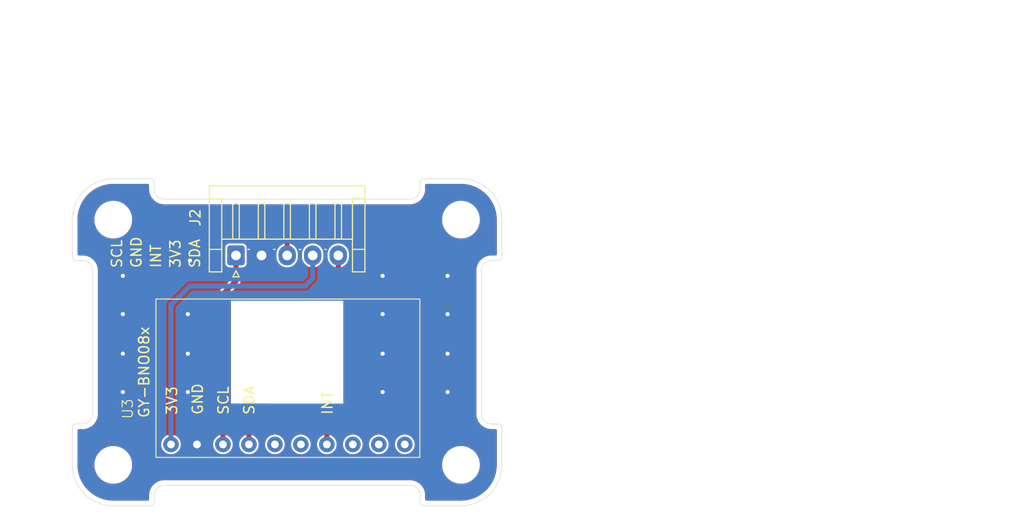
<source format=kicad_pcb>
(kicad_pcb (version 20240108) (generator "pcbnew") (generator_version "8.0")
  (layers (0 "F.Cu" signal) (31 "B.Cu" signal) (34 "B.Paste" user) (35 "F.Paste" user) (36 "B.SilkS" user "B.Silkscreen") (37 "F.SilkS" user "F.Silkscreen") (38 "B.Mask" user) (39 "F.Mask" user) (44 "Edge.Cuts" user))
  (net 0 "")
  (net 1 "SUB_SENSOR_GND")
  (net 2 "+3.3V_SUB")
  (net 3 "SUB_SCL")
  (net 4 "SUB_INT")
  (net 5 "SUB_SDA")
  (footprint "MountingHole:MountingHole_3.2mm_M3" (layer "F.Cu") (at 154 78)
    (property "Reference" "REF**" (hide yes))
    (property "Value" "MountingHole_3.2mm_M3" (hide yes))
    (pad "" np_thru_hole circle (at 0 0) (size 3.2 3.2) (drill 3.2) (layers "*.Cu" "*.Mask"))
  )
  (footprint "GY-BNO08x:GY-BN08X" (layer "F.Cu") (at 158.225 77.25 90)
    (property "Reference" "U3" (at 4.733408 -2.813112 90) (layer "F.SilkS") (effects (font (thickness 0.1))))
    (property "Value" "GY-BNO08x" (at 8.309728 -1.207829 90) (layer "F.SilkS"))
    (fp_rect (start -0.02 -0.05) (end 15.48 25.75) (stroke (width 0.1)) (fill none) (layer "F.SilkS"))
    (pad "1" thru_hole circle (at 1.25 1.42 90) (size 1.524 1.524) (drill 0.762) (layers "*.Cu" "*.Mask") (net 2 "+3.3V_SUB"))
    (pad "2" thru_hole circle (at 1.25 3.96 90) (size 1.524 1.524) (drill 0.762) (layers "*.Cu" "*.Mask") (net 1 "SUB_SENSOR_GND"))
    (pad "3" thru_hole circle (at 1.25 6.5 90) (size 1.524 1.524) (drill 0.762) (layers "*.Cu" "*.Mask") (net 3 "SUB_SCL"))
    (pad "4" thru_hole circle (at 1.25 9.04 90) (size 1.524 1.524) (drill 0.762) (layers "*.Cu" "*.Mask") (net 5 "SUB_SDA"))
    (pad "5" thru_hole circle (at 1.25 11.58 90) (size 1.524 1.524) (drill 0.762) (layers "*.Cu" "*.Mask"))
    (pad "6" thru_hole circle (at 1.25 14.12 90) (size 1.524 1.524) (drill 0.762) (layers "*.Cu" "*.Mask"))
    (pad "7" thru_hole circle (at 1.25 16.66 90) (size 1.524 1.524) (drill 0.762) (layers "*.Cu" "*.Mask") (net 4 "SUB_INT"))
    (pad "8" thru_hole circle (at 1.25 19.2 90) (size 1.524 1.524) (drill 0.762) (layers "*.Cu" "*.Mask"))
    (pad "9" thru_hole circle (at 1.25 21.74 90) (size 1.524 1.524) (drill 0.762) (layers "*.Cu" "*.Mask"))
    (pad "10" thru_hole circle (at 1.25 24.28 90) (size 1.524 1.524) (drill 0.762) (layers "*.Cu" "*.Mask"))
  )
  (footprint "MountingHole:MountingHole_3.2mm_M3" (layer "F.Cu") (at 154 54)
    (property "Reference" "REF**" (hide yes))
    (property "Value" "MountingHole_3.2mm_M3" (hide yes))
    (pad "" np_thru_hole circle (at 0 0) (size 3.2 3.2) (drill 3.2) (layers "*.Cu" "*.Mask"))
  )
  (footprint "MountingHole:MountingHole_3.2mm_M3" (layer "F.Cu") (at 188 54)
    (property "Reference" "REF**" (hide yes))
    (property "Value" "MountingHole_3.2mm_M3" (hide yes))
    (pad "" np_thru_hole circle (at 0 0) (size 3.2 3.2) (drill 3.2) (layers "*.Cu" "*.Mask"))
  )
  (footprint "MountingHole:MountingHole_3.2mm_M3" (layer "F.Cu") (at 188 78)
    (property "Reference" "REF**" (hide yes))
    (property "Value" "MountingHole_3.2mm_M3" (hide yes))
    (pad "" np_thru_hole circle (at 0 0) (size 3.2 3.2) (drill 3.2) (layers "*.Cu" "*.Mask"))
  )
  (footprint "Connector_JST:JST_EH_S5B-EH_1x05_P2.50mm_Horizontal" (layer "F.Cu") (at 166 57.5)
    (property "Reference" "J2" (at -3.97782 -3.699321 90) (layer "F.SilkS"))
    (property "Value" "Sub_Sensor" (hide yes))
    (fp_line (start -2.61 -6.81) (end 12.61 -6.81) (stroke (width 0.12)) (layer "F.SilkS"))
    (fp_line (start -2.61 -5.59) (end -1.39 -5.59) (stroke (width 0.12)) (layer "F.SilkS"))
    (fp_line (start -2.61 1.61) (end -2.61 -6.81) (stroke (width 0.12)) (layer "F.SilkS"))
    (fp_line (start -1.39 -5.59) (end -1.39 -0.59) (stroke (width 0.12)) (layer "F.SilkS"))
    (fp_line (start -1.39 -1.59) (end 11.39 -1.59) (stroke (width 0.12)) (layer "F.SilkS"))
    (fp_line (start -1.39 -0.59) (end -2.61 -0.59) (stroke (width 0.12)) (layer "F.SilkS"))
    (fp_line (start -1.39 -0.59) (end -1.39 1.61) (stroke (width 0.12)) (layer "F.SilkS"))
    (fp_line (start -1.39 1.61) (end -2.61 1.61) (stroke (width 0.12)) (layer "F.SilkS"))
    (fp_line (start -0.32 -5.01) (end 0 -5.09) (stroke (width 0.12)) (layer "F.SilkS"))
    (fp_line (start -0.32 -1.59) (end -0.32 -5.01) (stroke (width 0.12)) (layer "F.SilkS"))
    (fp_line (start -0.3 2.1) (end 0.3 2.1) (stroke (width 0.12)) (layer "F.SilkS"))
    (fp_line (start 0 -5.09) (end 0.32 -5.01) (stroke (width 0.12)) (layer "F.SilkS"))
    (fp_line (start 0 -1.59) (end -0.32 -1.59) (stroke (width 0.12)) (layer "F.SilkS"))
    (fp_line (start 0 1.5) (end -0.3 2.1) (stroke (width 0.12)) (layer "F.SilkS"))
    (fp_line (start 0.3 2.1) (end 0 1.5) (stroke (width 0.12)) (layer "F.SilkS"))
    (fp_line (start 0.32 -5.01) (end 0.32 -1.59) (stroke (width 0.12)) (layer "F.SilkS"))
    (fp_line (start 0.32 -1.59) (end 0 -1.59) (stroke (width 0.12)) (layer "F.SilkS"))
    (fp_line (start 1.17 -0.59) (end 1.33 -0.59) (stroke (width 0.12)) (layer "F.SilkS"))
    (fp_line (start 2.18 -5.01) (end 2.5 -5.09) (stroke (width 0.12)) (layer "F.SilkS"))
    (fp_line (start 2.18 -1.59) (end 2.18 -5.01) (stroke (width 0.12)) (layer "F.SilkS"))
    (fp_line (start 2.5 -5.09) (end 2.82 -5.01) (stroke (width 0.12)) (layer "F.SilkS"))
    (fp_line (start 2.5 -1.59) (end 2.18 -1.59) (stroke (width 0.12)) (layer "F.SilkS"))
    (fp_line (start 2.82 -5.01) (end 2.82 -1.59) (stroke (width 0.12)) (layer "F.SilkS"))
    (fp_line (start 2.82 -1.59) (end 2.5 -1.59) (stroke (width 0.12)) (layer "F.SilkS"))
    (fp_line (start 3.67 -0.59) (end 3.83 -0.59) (stroke (width 0.12)) (layer "F.SilkS"))
    (fp_line (start 4.68 -5.01) (end 5 -5.09) (stroke (width 0.12)) (layer "F.SilkS"))
    (fp_line (start 4.68 -1.59) (end 4.68 -5.01) (stroke (width 0.12)) (layer "F.SilkS"))
    (fp_line (start 5 -5.09) (end 5.32 -5.01) (stroke (width 0.12)) (layer "F.SilkS"))
    (fp_line (start 5 -1.59) (end 4.68 -1.59) (stroke (width 0.12)) (layer "F.SilkS"))
    (fp_line (start 5.32 -5.01) (end 5.32 -1.59) (stroke (width 0.12)) (layer "F.SilkS"))
    (fp_line (start 5.32 -1.59) (end 5 -1.59) (stroke (width 0.12)) (layer "F.SilkS"))
    (fp_line (start 6.17 -0.59) (end 6.33 -0.59) (stroke (width 0.12)) (layer "F.SilkS"))
    (fp_line (start 7.18 -5.01) (end 7.5 -5.09) (stroke (width 0.12)) (layer "F.SilkS"))
    (fp_line (start 7.18 -1.59) (end 7.18 -5.01) (stroke (width 0.12)) (layer "F.SilkS"))
    (fp_line (start 7.5 -5.09) (end 7.82 -5.01) (stroke (width 0.12)) (layer "F.SilkS"))
    (fp_line (start 7.5 -1.59) (end 7.18 -1.59) (stroke (width 0.12)) (layer "F.SilkS"))
    (fp_line (start 7.82 -5.01) (end 7.82 -1.59) (stroke (width 0.12)) (layer "F.SilkS"))
    (fp_line (start 7.82 -1.59) (end 7.5 -1.59) (stroke (width 0.12)) (layer "F.SilkS"))
    (fp_line (start 8.67 -0.59) (end 8.83 -0.59) (stroke (width 0.12)) (layer "F.SilkS"))
    (fp_line (start 9.68 -5.01) (end 10 -5.09) (stroke (width 0.12)) (layer "F.SilkS"))
    (fp_line (start 9.68 -1.59) (end 9.68 -5.01) (stroke (width 0.12)) (layer "F.SilkS"))
    (fp_line (start 10 -5.09) (end 10.32 -5.01) (stroke (width 0.12)) (layer "F.SilkS"))
    (fp_line (start 10 -1.59) (end 9.68 -1.59) (stroke (width 0.12)) (layer "F.SilkS"))
    (fp_line (start 10.32 -5.01) (end 10.32 -1.59) (stroke (width 0.12)) (layer "F.SilkS"))
    (fp_line (start 10.32 -1.59) (end 10 -1.59) (stroke (width 0.12)) (layer "F.SilkS"))
    (fp_line (start 11.39 -5.59) (end 11.39 -0.59) (stroke (width 0.12)) (layer "F.SilkS"))
    (fp_line (start 11.39 -0.59) (end 12.61 -0.59) (stroke (width 0.12)) (layer "F.SilkS"))
    (fp_line (start 11.39 1.61) (end 11.39 -0.59) (stroke (width 0.12)) (layer "F.SilkS"))
    (fp_line (start 12.61 -6.81) (end 12.61 1.61) (stroke (width 0.12)) (layer "F.SilkS"))
    (fp_line (start 12.61 -5.59) (end 11.39 -5.59) (stroke (width 0.12)) (layer "F.SilkS"))
    (fp_line (start 12.61 1.61) (end 11.39 1.61) (stroke (width 0.12)) (layer "F.SilkS"))
    (pad "1" thru_hole roundrect (at 0 0) (size 1.7 1.95) (drill 0.95) (layers "*.Cu" "*.Mask") (roundrect_rratio 0.147059) (net 3 "SUB_SCL"))
    (pad "2" thru_hole oval (at 2.5 0) (size 1.7 1.95) (drill 0.95) (layers "*.Cu" "*.Mask") (net 1 "SUB_SENSOR_GND"))
    (pad "3" thru_hole oval (at 5 0) (size 1.7 1.95) (drill 0.95) (layers "*.Cu" "*.Mask") (net 4 "SUB_INT"))
    (pad "4" thru_hole oval (at 7.5 0) (size 1.7 1.95) (drill 0.95) (layers "*.Cu" "*.Mask") (net 2 "+3.3V_SUB"))
    (pad "5" thru_hole oval (at 10 0) (size 1.7 1.95) (drill 0.95) (layers "*.Cu" "*.Mask") (net 5 "SUB_SDA"))
  )
  (gr_arc (start 151 58) (mid 151.707107 58.292893) (end 152 59) (stroke (width 0.05)) (layer "Edge.Cuts"))
  (gr_line (start 192 57.75) (end 191.75 58) (stroke (width 0.05)) (layer "Edge.Cuts"))
  (gr_line (start 192 74.25) (end 191.75 74) (stroke (width 0.05)) (layer "Edge.Cuts"))
  (gr_arc (start 184 51) (mid 183.707107 51.707107) (end 183 52) (stroke (width 0.05)) (layer "Edge.Cuts"))
  (gr_arc (start 190 59) (mid 190.292893 58.292893) (end 191 58) (stroke (width 0.05)) (layer "Edge.Cuts"))
  (gr_line (start 159 52) (end 183 52) (stroke (width 0.05)) (layer "Edge.Cuts"))
  (gr_arc (start 183 80) (mid 183.707107 80.292893) (end 184 81) (stroke (width 0.05)) (layer "Edge.Cuts"))
  (gr_arc (start 159 52) (mid 158.292893 51.707107) (end 158 51) (stroke (width 0.05)) (layer "Edge.Cuts"))
  (gr_line (start 158 50.25) (end 157.75 50) (stroke (width 0.05)) (layer "Edge.Cuts"))
  (gr_line (start 188 50) (end 184.25 50) (stroke (width 0.05)) (layer "Edge.Cuts"))
  (gr_line (start 192 54) (end 192 57.75) (stroke (width 0.05)) (layer "Edge.Cuts"))
  (gr_line (start 150 78) (end 150 74.25) (stroke (width 0.05)) (layer "Edge.Cuts"))
  (gr_line (start 184 81) (end 184 81.75) (stroke (width 0.05)) (layer "Edge.Cuts"))
  (gr_line (start 150 54) (end 150 57.75) (stroke (width 0.05)) (layer "Edge.Cuts"))
  (gr_arc (start 154 82) (mid 151.171573 80.828427) (end 150 78) (stroke (width 0.05)) (layer "Edge.Cuts"))
  (gr_line (start 158 51) (end 158 50.25) (stroke (width 0.05)) (layer "Edge.Cuts"))
  (gr_line (start 188 82) (end 184.25 82) (stroke (width 0.05)) (layer "Edge.Cuts"))
  (gr_line (start 184.25 82) (end 184 81.75) (stroke (width 0.05)) (layer "Edge.Cuts"))
  (gr_arc (start 152 73) (mid 151.707107 73.707107) (end 151 74) (stroke (width 0.05)) (layer "Edge.Cuts"))
  (gr_line (start 183 80) (end 159 80) (stroke (width 0.05)) (layer "Edge.Cuts"))
  (gr_line (start 191 74) (end 191.75 74) (stroke (width 0.05)) (layer "Edge.Cuts"))
  (gr_line (start 158 81.75) (end 157.75 82) (stroke (width 0.05)) (layer "Edge.Cuts"))
  (gr_line (start 151 58) (end 150.25 58) (stroke (width 0.05)) (layer "Edge.Cuts"))
  (gr_line (start 154 82) (end 157.75 82) (stroke (width 0.05)) (layer "Edge.Cuts"))
  (gr_line (start 192 78) (end 192 74.25) (stroke (width 0.05)) (layer "Edge.Cuts"))
  (gr_line (start 151 74) (end 150.25 74) (stroke (width 0.05)) (layer "Edge.Cuts"))
  (gr_arc (start 158 81) (mid 158.292893 80.292893) (end 159 80) (stroke (width 0.05)) (layer "Edge.Cuts"))
  (gr_line (start 184 51) (end 184 50.25) (stroke (width 0.05)) (layer "Edge.Cuts"))
  (gr_arc (start 188 50) (mid 190.828427 51.171573) (end 192 54) (stroke (width 0.05)) (layer "Edge.Cuts"))
  (gr_line (start 158 81) (end 158 81.75) (stroke (width 0.05)) (layer "Edge.Cuts"))
  (gr_line (start 150 57.75) (end 150.25 58) (stroke (width 0.05)) (layer "Edge.Cuts"))
  (gr_line (start 184 50.25) (end 184.25 50) (stroke (width 0.05)) (layer "Edge.Cuts"))
  (gr_arc (start 150 54) (mid 151.171573 51.171573) (end 154 50) (stroke (width 0.05)) (layer "Edge.Cuts"))
  (gr_line (start 190 59) (end 190 73) (stroke (width 0.05)) (layer "Edge.Cuts"))
  (gr_line (start 191 58) (end 191.75 58) (stroke (width 0.05)) (layer "Edge.Cuts"))
  (gr_line (start 154 50) (end 157.75 50) (stroke (width 0.05)) (layer "Edge.Cuts"))
  (gr_line (start 152 73) (end 152 59) (stroke (width 0.05)) (layer "Edge.Cuts"))
  (gr_arc (start 191 74) (mid 190.292893 73.707107) (end 190 73) (stroke (width 0.05)) (layer "Edge.Cuts"))
  (gr_arc (start 192 78) (mid 190.828427 80.828427) (end 188 82) (stroke (width 0.05)) (layer "Edge.Cuts"))
  (gr_line (start 150 74.25) (end 150.25 74) (stroke (width 0.05)) (layer "Edge.Cuts"))
  (gr_text "SCL" (at 154.94 58.813074 90) (layer "F.SilkS") (effects (font (size 1 1)) (justify left bottom)))
  (gr_text "SCL" (at 165.357124 73.177407 90) (layer "F.SilkS") (effects (font (size 1 1)) (justify left bottom)))
  (gr_text "3V3" (at 160.655 58.813074 90) (layer "F.SilkS") (effects (font (size 1 1)) (justify left bottom)))
  (gr_text "SDA" (at 167.875665 73.177407 90) (layer "F.SilkS") (effects (font (size 1 1)) (justify left bottom)))
  (gr_text "SDA" (at 162.56 58.813074 90) (layer "F.SilkS") (effects (font (size 1 1)) (justify left bottom)))
  (gr_text "INT" (at 158.75 58.813074 90) (layer "F.SilkS") (effects (font (size 1 1)) (justify left bottom)))
  (gr_text "3V3" (at 160.320044 73.177407 90) (layer "F.SilkS") (effects (font (size 1 1)) (justify left bottom)))
  (gr_text "GND" (at 162.838584 73.177407 90) (layer "F.SilkS") (effects (font (size 1 1)) (justify left bottom)))
  (gr_text "INT" (at 175.51567 73.177407 90) (layer "F.SilkS") (effects (font (size 1 1)) (justify left bottom)))
  (gr_text "GND" (at 156.845 58.813074 90) (layer "F.SilkS") (effects (font (size 1 1)) (justify left bottom)))
  (via (at 161.29 70.87) (size 0.8) (drill 0.4) (layers "F.Cu" "B.Cu") (net 1))
  (via (at 180.34 59.5) (size 0.8) (drill 0.4) (layers "F.Cu" "B.Cu") (net 1))
  (via (at 161.29 67.12) (size 0.8) (drill 0.4) (layers "F.Cu" "B.Cu") (net 1))
  (via (at 180.34 63.25) (size 0.8) (drill 0.4) (layers "F.Cu" "B.Cu") (net 1))
  (via (at 154.94 63.25) (size 0.8) (drill 0.4) (layers "F.Cu" "B.Cu") (net 1))
  (via (at 186.69 63.25) (size 0.8) (drill 0.4) (layers "F.Cu" "B.Cu") (net 1))
  (via (at 180.34 70.87) (size 0.8) (drill 0.4) (layers "F.Cu" "B.Cu") (net 1))
  (via (at 161.5 58) (size 0.8) (drill 0.4) (layers "F.Cu" "B.Cu") (net 1))
  (via (at 154.94 59.5) (size 0.8) (drill 0.4) (layers "F.Cu" "B.Cu") (net 1))
  (via (at 180.34 67.12) (size 0.8) (drill 0.4) (layers "F.Cu" "B.Cu") (net 1))
  (via (at 186.69 59.5) (size 0.8) (drill 0.4) (layers "F.Cu" "B.Cu") (net 1))
  (via (at 161.29 63.25) (size 0.8) (drill 0.4) (layers "F.Cu" "B.Cu") (net 1))
  (via (at 154.94 70.87) (size 0.8) (drill 0.4) (layers "F.Cu" "B.Cu") (net 1))
  (via (at 154.94 67.12) (size 0.8) (drill 0.4) (layers "F.Cu" "B.Cu") (net 1))
  (via (at 186.69 70.87) (size 0.8) (drill 0.4) (layers "F.Cu" "B.Cu") (net 1))
  (via (at 186.69 67.12) (size 0.8) (drill 0.4) (layers "F.Cu" "B.Cu") (net 1))
  (segment (start 172.75 60.5) (end 161.5 60.5) (width 0.5) (layer "B.Cu") (net 2))
  (segment (start 161.5 60.5) (end 159.645 62.355) (width 0.5) (layer "B.Cu") (net 2))
  (segment (start 173.5 59.75) (end 172.75 60.5) (width 0.5) (layer "B.Cu") (net 2))
  (segment (start 173.5 57.5) (end 173.5 59.75) (width 0.5) (layer "B.Cu") (net 2))
  (segment (start 159.645 62.355) (end 159.645 76) (width 0.5) (layer "B.Cu") (net 2))
  (segment (start 166 60) (end 164.725 61.275) (width 0.5) (layer "F.Cu") (net 3))
  (segment (start 164.725 61.275) (end 164.725 76) (width 0.5) (layer "F.Cu") (net 3))
  (segment (start 166 57.5) (end 166 60) (width 0.5) (layer "F.Cu") (net 3))
  (segment (start 178.5 73.5) (end 178 74) (width 0.5) (layer "F.Cu") (net 4))
  (segment (start 174.885 74.615) (end 174.885 76) (width 0.5) (layer "F.Cu") (net 4))
  (segment (start 175.5 74) (end 174.885 74.615) (width 0.5) (layer "F.Cu") (net 4))
  (segment (start 178 74) (end 175.5 74) (width 0.5) (layer "F.Cu") (net 4))
  (segment (start 178.5 55.5) (end 178.5 73.5) (width 0.5) (layer "F.Cu") (net 4))
  (segment (start 177.5 54.5) (end 178.5 55.5) (width 0.5) (layer "F.Cu") (net 4))
  (segment (start 171 55.5) (end 172 54.5) (width 0.5) (layer "F.Cu") (net 4))
  (segment (start 171 57.5) (end 171 55.5) (width 0.5) (layer "F.Cu") (net 4))
  (segment (start 172 54.5) (end 177.5 54.5) (width 0.5) (layer "F.Cu") (net 4))
  (segment (start 177.5 62) (end 177.5 71.743554) (width 0.5) (layer "F.Cu") (net 5))
  (segment (start 169.5 72.5) (end 167.265 74.735) (width 0.5) (layer "F.Cu") (net 5))
  (segment (start 176 57.5) (end 176 60.5) (width 0.5) (layer "F.Cu") (net 5))
  (segment (start 177.5 71.743554) (end 176.743554 72.5) (width 0.5) (layer "F.Cu") (net 5))
  (segment (start 176 60.5) (end 177.5 62) (width 0.5) (layer "F.Cu") (net 5))
  (segment (start 176.743554 72.5) (end 169.5 72.5) (width 0.5) (layer "F.Cu") (net 5))
  (segment (start 167.265 74.735) (end 167.265 76) (width 0.5) (layer "F.Cu") (net 5))
  (zone (net 0) (net_name "") (layers "F&B.Cu") (connect_pads (clearance 0)) (min_thickness 0.25)
    (keepout (tracks not_allowed) (vias not_allowed) (pads not_allowed) (copperpour not_allowed) (footprints allowed))
    (fill (thermal_gap 0.5) (thermal_bridge_width 0.5))
    (polygon (pts (xy 165.5 61.93) (xy 165.5 72) (xy 176.5 72) (xy 176.5 61.93)))
  )
  (zone (net 1) (net_name "SUB_SENSOR_GND") (layers "F&B.Cu") (priority 2) (connect_pads yes (clearance 0)) (min_thickness 0.25) (fill yes (thermal_gap 0.5) (thermal_bridge_width 0.5))
    (polygon (pts (xy 148.249846 49.317758) (xy 148.249846 83.48403) (xy 192.997145 83.48403) (xy 193.034247 49.360965)))
  )
)
</source>
